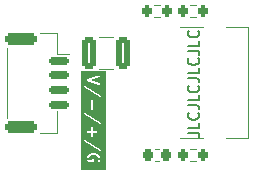
<source format=gto>
G04 #@! TF.GenerationSoftware,KiCad,Pcbnew,(7.0.0)*
G04 #@! TF.CreationDate,2023-03-15T13:52:18+08:00*
G04 #@! TF.ProjectId,USB_C_Breakout_GH1.25_4Pin,5553425f-435f-4427-9265-616b6f75745f,rev?*
G04 #@! TF.SameCoordinates,Original*
G04 #@! TF.FileFunction,Legend,Top*
G04 #@! TF.FilePolarity,Positive*
%FSLAX46Y46*%
G04 Gerber Fmt 4.6, Leading zero omitted, Abs format (unit mm)*
G04 Created by KiCad (PCBNEW (7.0.0)) date 2023-03-15 13:52:18*
%MOMM*%
%LPD*%
G01*
G04 APERTURE LIST*
G04 Aperture macros list*
%AMRoundRect*
0 Rectangle with rounded corners*
0 $1 Rounding radius*
0 $2 $3 $4 $5 $6 $7 $8 $9 X,Y pos of 4 corners*
0 Add a 4 corners polygon primitive as box body*
4,1,4,$2,$3,$4,$5,$6,$7,$8,$9,$2,$3,0*
0 Add four circle primitives for the rounded corners*
1,1,$1+$1,$2,$3*
1,1,$1+$1,$4,$5*
1,1,$1+$1,$6,$7*
1,1,$1+$1,$8,$9*
0 Add four rect primitives between the rounded corners*
20,1,$1+$1,$2,$3,$4,$5,0*
20,1,$1+$1,$4,$5,$6,$7,0*
20,1,$1+$1,$6,$7,$8,$9,0*
20,1,$1+$1,$8,$9,$2,$3,0*%
G04 Aperture macros list end*
%ADD10C,0.150000*%
%ADD11C,0.120000*%
%ADD12RoundRect,0.250000X-0.375000X-1.075000X0.375000X-1.075000X0.375000X1.075000X-0.375000X1.075000X0*%
%ADD13RoundRect,0.150000X-0.700000X0.150000X-0.700000X-0.150000X0.700000X-0.150000X0.700000X0.150000X0*%
%ADD14RoundRect,0.250000X-1.100000X0.250000X-1.100000X-0.250000X1.100000X-0.250000X1.100000X0.250000X0*%
%ADD15C,0.650000*%
%ADD16R,1.450000X0.600000*%
%ADD17R,1.450000X0.300000*%
%ADD18O,2.100000X1.000000*%
%ADD19O,1.600000X1.000000*%
%ADD20RoundRect,0.225000X-0.225000X-0.250000X0.225000X-0.250000X0.225000X0.250000X-0.225000X0.250000X0*%
%ADD21RoundRect,0.200000X-0.200000X-0.275000X0.200000X-0.275000X0.200000X0.275000X-0.200000X0.275000X0*%
G04 APERTURE END LIST*
D10*
X128322380Y-80428571D02*
X129036666Y-80428571D01*
X129036666Y-80428571D02*
X129179523Y-80471428D01*
X129179523Y-80471428D02*
X129274761Y-80557142D01*
X129274761Y-80557142D02*
X129322380Y-80685714D01*
X129322380Y-80685714D02*
X129322380Y-80771428D01*
X129322380Y-79571428D02*
X129322380Y-80000000D01*
X129322380Y-80000000D02*
X128322380Y-80000000D01*
X129227142Y-78757143D02*
X129274761Y-78800000D01*
X129274761Y-78800000D02*
X129322380Y-78928572D01*
X129322380Y-78928572D02*
X129322380Y-79014286D01*
X129322380Y-79014286D02*
X129274761Y-79142857D01*
X129274761Y-79142857D02*
X129179523Y-79228572D01*
X129179523Y-79228572D02*
X129084285Y-79271429D01*
X129084285Y-79271429D02*
X128893809Y-79314286D01*
X128893809Y-79314286D02*
X128750952Y-79314286D01*
X128750952Y-79314286D02*
X128560476Y-79271429D01*
X128560476Y-79271429D02*
X128465238Y-79228572D01*
X128465238Y-79228572D02*
X128370000Y-79142857D01*
X128370000Y-79142857D02*
X128322380Y-79014286D01*
X128322380Y-79014286D02*
X128322380Y-78928572D01*
X128322380Y-78928572D02*
X128370000Y-78800000D01*
X128370000Y-78800000D02*
X128417619Y-78757143D01*
X128322380Y-78114286D02*
X129036666Y-78114286D01*
X129036666Y-78114286D02*
X129179523Y-78157143D01*
X129179523Y-78157143D02*
X129274761Y-78242857D01*
X129274761Y-78242857D02*
X129322380Y-78371429D01*
X129322380Y-78371429D02*
X129322380Y-78457143D01*
X129322380Y-77257143D02*
X129322380Y-77685715D01*
X129322380Y-77685715D02*
X128322380Y-77685715D01*
X129227142Y-76442858D02*
X129274761Y-76485715D01*
X129274761Y-76485715D02*
X129322380Y-76614287D01*
X129322380Y-76614287D02*
X129322380Y-76700001D01*
X129322380Y-76700001D02*
X129274761Y-76828572D01*
X129274761Y-76828572D02*
X129179523Y-76914287D01*
X129179523Y-76914287D02*
X129084285Y-76957144D01*
X129084285Y-76957144D02*
X128893809Y-77000001D01*
X128893809Y-77000001D02*
X128750952Y-77000001D01*
X128750952Y-77000001D02*
X128560476Y-76957144D01*
X128560476Y-76957144D02*
X128465238Y-76914287D01*
X128465238Y-76914287D02*
X128370000Y-76828572D01*
X128370000Y-76828572D02*
X128322380Y-76700001D01*
X128322380Y-76700001D02*
X128322380Y-76614287D01*
X128322380Y-76614287D02*
X128370000Y-76485715D01*
X128370000Y-76485715D02*
X128417619Y-76442858D01*
X128322380Y-75800001D02*
X129036666Y-75800001D01*
X129036666Y-75800001D02*
X129179523Y-75842858D01*
X129179523Y-75842858D02*
X129274761Y-75928572D01*
X129274761Y-75928572D02*
X129322380Y-76057144D01*
X129322380Y-76057144D02*
X129322380Y-76142858D01*
X129322380Y-74942858D02*
X129322380Y-75371430D01*
X129322380Y-75371430D02*
X128322380Y-75371430D01*
X129227142Y-74128573D02*
X129274761Y-74171430D01*
X129274761Y-74171430D02*
X129322380Y-74300002D01*
X129322380Y-74300002D02*
X129322380Y-74385716D01*
X129322380Y-74385716D02*
X129274761Y-74514287D01*
X129274761Y-74514287D02*
X129179523Y-74600002D01*
X129179523Y-74600002D02*
X129084285Y-74642859D01*
X129084285Y-74642859D02*
X128893809Y-74685716D01*
X128893809Y-74685716D02*
X128750952Y-74685716D01*
X128750952Y-74685716D02*
X128560476Y-74642859D01*
X128560476Y-74642859D02*
X128465238Y-74600002D01*
X128465238Y-74600002D02*
X128370000Y-74514287D01*
X128370000Y-74514287D02*
X128322380Y-74385716D01*
X128322380Y-74385716D02*
X128322380Y-74300002D01*
X128322380Y-74300002D02*
X128370000Y-74171430D01*
X128370000Y-74171430D02*
X128417619Y-74128573D01*
X128322380Y-73485716D02*
X129036666Y-73485716D01*
X129036666Y-73485716D02*
X129179523Y-73528573D01*
X129179523Y-73528573D02*
X129274761Y-73614287D01*
X129274761Y-73614287D02*
X129322380Y-73742859D01*
X129322380Y-73742859D02*
X129322380Y-73828573D01*
X129322380Y-72628573D02*
X129322380Y-73057145D01*
X129322380Y-73057145D02*
X128322380Y-73057145D01*
X129227142Y-71814288D02*
X129274761Y-71857145D01*
X129274761Y-71857145D02*
X129322380Y-71985717D01*
X129322380Y-71985717D02*
X129322380Y-72071431D01*
X129322380Y-72071431D02*
X129274761Y-72200002D01*
X129274761Y-72200002D02*
X129179523Y-72285717D01*
X129179523Y-72285717D02*
X129084285Y-72328574D01*
X129084285Y-72328574D02*
X128893809Y-72371431D01*
X128893809Y-72371431D02*
X128750952Y-72371431D01*
X128750952Y-72371431D02*
X128560476Y-72328574D01*
X128560476Y-72328574D02*
X128465238Y-72285717D01*
X128465238Y-72285717D02*
X128370000Y-72200002D01*
X128370000Y-72200002D02*
X128322380Y-72071431D01*
X128322380Y-72071431D02*
X128322380Y-71985717D01*
X128322380Y-71985717D02*
X128370000Y-71857145D01*
X128370000Y-71857145D02*
X128417619Y-71814288D01*
G36*
X121376857Y-83584047D02*
G01*
X119266143Y-83584047D01*
X119266143Y-82663062D01*
X119773504Y-82663062D01*
X119780041Y-82682674D01*
X119785862Y-82702497D01*
X119786968Y-82703455D01*
X119826810Y-82822981D01*
X119830633Y-82840555D01*
X119841473Y-82851395D01*
X119850219Y-82863979D01*
X119856764Y-82866686D01*
X119884256Y-82894178D01*
X119887783Y-82901901D01*
X119899525Y-82909447D01*
X119901448Y-82911370D01*
X119908556Y-82915251D01*
X119924835Y-82925713D01*
X119927716Y-82925713D01*
X119930242Y-82927092D01*
X119949523Y-82925713D01*
X120274830Y-82925713D01*
X120291314Y-82928083D01*
X120306466Y-82921163D01*
X120322450Y-82916470D01*
X120326186Y-82912157D01*
X120331378Y-82909787D01*
X120340385Y-82895770D01*
X120351292Y-82883184D01*
X120352103Y-82877537D01*
X120355190Y-82872735D01*
X120355190Y-82856073D01*
X120357560Y-82839589D01*
X120355190Y-82834399D01*
X120355190Y-82649455D01*
X120345947Y-82617977D01*
X120312661Y-82589135D01*
X120269066Y-82582867D01*
X120229002Y-82601163D01*
X120205190Y-82638215D01*
X120205190Y-82775713D01*
X119977923Y-82775713D01*
X119964790Y-82762580D01*
X119926619Y-82648065D01*
X119926619Y-82577169D01*
X119964790Y-82462655D01*
X120038902Y-82388543D01*
X120115888Y-82350049D01*
X120289424Y-82306666D01*
X120413812Y-82306666D01*
X120587345Y-82350049D01*
X120664335Y-82388544D01*
X120738447Y-82462656D01*
X120776619Y-82577170D01*
X120776619Y-82690150D01*
X120732096Y-82779197D01*
X120726286Y-82811485D01*
X120743159Y-82852168D01*
X120779349Y-82877271D01*
X120823365Y-82878823D01*
X120861234Y-82856332D01*
X120916897Y-82745004D01*
X120926619Y-82729878D01*
X120926619Y-82714548D01*
X120929333Y-82699465D01*
X120926619Y-82692921D01*
X120926619Y-82574401D01*
X120929734Y-82562173D01*
X120923194Y-82542553D01*
X120917376Y-82522739D01*
X120916269Y-82521780D01*
X120876427Y-82402251D01*
X120872605Y-82384681D01*
X120861766Y-82373842D01*
X120853019Y-82361256D01*
X120846471Y-82358547D01*
X120768442Y-82280519D01*
X120761999Y-82269670D01*
X120743494Y-82260417D01*
X120725375Y-82250524D01*
X120723915Y-82250628D01*
X120659011Y-82218176D01*
X120653077Y-82211865D01*
X120639699Y-82208520D01*
X120637420Y-82207381D01*
X120629287Y-82205917D01*
X120453210Y-82161898D01*
X120445069Y-82156666D01*
X120432281Y-82156666D01*
X120430777Y-82156290D01*
X120421531Y-82156666D01*
X120292533Y-82156666D01*
X120283364Y-82153564D01*
X120270956Y-82156666D01*
X120269408Y-82156666D01*
X120260538Y-82159270D01*
X120084481Y-82203284D01*
X120075870Y-82202355D01*
X120063539Y-82208520D01*
X120061064Y-82209139D01*
X120053925Y-82213326D01*
X119969345Y-82255616D01*
X119957015Y-82258299D01*
X119942395Y-82272918D01*
X119927270Y-82286988D01*
X119926907Y-82288406D01*
X119849058Y-82366255D01*
X119835051Y-82377533D01*
X119830203Y-82392074D01*
X119822858Y-82405527D01*
X119823363Y-82412594D01*
X119783441Y-82532361D01*
X119776619Y-82542977D01*
X119776619Y-82563657D01*
X119775873Y-82584296D01*
X119776619Y-82585555D01*
X119776619Y-82650835D01*
X119773504Y-82663062D01*
X119266143Y-82663062D01*
X119266143Y-81098632D01*
X119535976Y-81098632D01*
X119553597Y-81138997D01*
X120866606Y-82014335D01*
X120897925Y-82024106D01*
X120940387Y-82012409D01*
X120969784Y-81979612D01*
X120976784Y-81936128D01*
X120959164Y-81895763D01*
X119646154Y-81020424D01*
X119614836Y-81010654D01*
X119572374Y-81022351D01*
X119542977Y-81055148D01*
X119535976Y-81098632D01*
X119266143Y-81098632D01*
X119266143Y-80385647D01*
X119774249Y-80385647D01*
X119792545Y-80425711D01*
X119829597Y-80449523D01*
X120157571Y-80449523D01*
X120157571Y-80766258D01*
X120166814Y-80797736D01*
X120200100Y-80826578D01*
X120243695Y-80832846D01*
X120283759Y-80814550D01*
X120307571Y-80777498D01*
X120307571Y-80449523D01*
X120624305Y-80449523D01*
X120655783Y-80440280D01*
X120684625Y-80406994D01*
X120690893Y-80363399D01*
X120672597Y-80323335D01*
X120635545Y-80299523D01*
X120307571Y-80299523D01*
X120307571Y-79982789D01*
X120298328Y-79951311D01*
X120265042Y-79922469D01*
X120221447Y-79916201D01*
X120181383Y-79934497D01*
X120157571Y-79971549D01*
X120157571Y-80299523D01*
X119840837Y-80299523D01*
X119809359Y-80308766D01*
X119780517Y-80342052D01*
X119774249Y-80385647D01*
X119266143Y-80385647D01*
X119266143Y-78812918D01*
X119535976Y-78812918D01*
X119553597Y-78853283D01*
X120866606Y-79728621D01*
X120897925Y-79738392D01*
X120940387Y-79726695D01*
X120969784Y-79693898D01*
X120976784Y-79650414D01*
X120959164Y-79610049D01*
X119646154Y-78734710D01*
X119614836Y-78724940D01*
X119572374Y-78736637D01*
X119542977Y-78769434D01*
X119535976Y-78812918D01*
X119266143Y-78812918D01*
X119266143Y-78480544D01*
X120157571Y-78480544D01*
X120166814Y-78512022D01*
X120200100Y-78540864D01*
X120243695Y-78547132D01*
X120283759Y-78528836D01*
X120307571Y-78491784D01*
X120307571Y-77697075D01*
X120298328Y-77665597D01*
X120265042Y-77636755D01*
X120221447Y-77630487D01*
X120181383Y-77648783D01*
X120157571Y-77685835D01*
X120157571Y-78480544D01*
X119266143Y-78480544D01*
X119266143Y-76527204D01*
X119535976Y-76527204D01*
X119553597Y-76567569D01*
X120866606Y-77442907D01*
X120897925Y-77452678D01*
X120940387Y-77440981D01*
X120969784Y-77408184D01*
X120976784Y-77364700D01*
X120959164Y-77324335D01*
X119646154Y-76448996D01*
X119614836Y-76439226D01*
X119572374Y-76450923D01*
X119542977Y-76483720D01*
X119535976Y-76527204D01*
X119266143Y-76527204D01*
X119266143Y-75985251D01*
X119773897Y-75985251D01*
X119777334Y-76004252D01*
X119779389Y-76023451D01*
X119781218Y-76025722D01*
X119781737Y-76028591D01*
X119794897Y-76042713D01*
X119807010Y-76057758D01*
X119809776Y-76058680D01*
X119811764Y-76060813D01*
X119830475Y-76065579D01*
X120838130Y-76401465D01*
X120870916Y-76402650D01*
X120908804Y-76380193D01*
X120928536Y-76340817D01*
X120923848Y-76297023D01*
X120896228Y-76262717D01*
X120088789Y-75993570D01*
X120885564Y-75727980D01*
X120912504Y-75709257D01*
X120929340Y-75668558D01*
X120921500Y-75625218D01*
X120891474Y-75592996D01*
X120848793Y-75582123D01*
X119840769Y-75918130D01*
X119832322Y-75917825D01*
X119820289Y-75924956D01*
X119817673Y-75925829D01*
X119811035Y-75930441D01*
X119794434Y-75940282D01*
X119793128Y-75942887D01*
X119790733Y-75944552D01*
X119783347Y-75962405D01*
X119774702Y-75979658D01*
X119775012Y-75982555D01*
X119773897Y-75985251D01*
X119266143Y-75985251D01*
X119266143Y-75197143D01*
X121376857Y-75197143D01*
X121376857Y-83584047D01*
G37*
D11*
X120809936Y-72300000D02*
X122014064Y-72300000D01*
X120809936Y-75020000D02*
X122014064Y-75020000D01*
X117280000Y-71965000D02*
X117280000Y-73765000D01*
X115830000Y-71965000D02*
X117280000Y-71965000D01*
X113010000Y-73235000D02*
X113010000Y-79165000D01*
X117280000Y-73765000D02*
X118270000Y-73765000D01*
X117280000Y-80435000D02*
X117280000Y-78635000D01*
X115830000Y-80435000D02*
X117280000Y-80435000D01*
X127640000Y-80900000D02*
X129640000Y-80900000D01*
X131540000Y-80900000D02*
X133440000Y-80900000D01*
X133440000Y-80900000D02*
X133440000Y-71500000D01*
X127640000Y-71500000D02*
X129640000Y-71500000D01*
X131540000Y-71500000D02*
X133440000Y-71500000D01*
X125589420Y-81786000D02*
X125870580Y-81786000D01*
X125589420Y-82806000D02*
X125870580Y-82806000D01*
X128540742Y-69581500D02*
X129015258Y-69581500D01*
X128540742Y-70626500D02*
X129015258Y-70626500D01*
X128540742Y-81773500D02*
X129015258Y-81773500D01*
X128540742Y-82818500D02*
X129015258Y-82818500D01*
X125492742Y-69581500D02*
X125967258Y-69581500D01*
X125492742Y-70626500D02*
X125967258Y-70626500D01*
%LPC*%
D12*
X120012000Y-73660000D03*
X122812000Y-73660000D03*
D13*
X117420000Y-74325000D03*
X117420000Y-75575000D03*
X117420000Y-76825000D03*
X117420000Y-78075000D03*
D14*
X114220000Y-72475000D03*
X114220000Y-79925000D03*
D15*
X126940000Y-79090000D03*
X126940000Y-73310000D03*
D16*
X125494999Y-79449999D03*
X125494999Y-78649999D03*
D17*
X125494999Y-77449999D03*
X125494999Y-76449999D03*
X125494999Y-75949999D03*
X125494999Y-74949999D03*
D16*
X125494999Y-73749999D03*
X125494999Y-72949999D03*
X125494999Y-72949999D03*
X125494999Y-73749999D03*
D17*
X125494999Y-74449999D03*
X125494999Y-75449999D03*
X125494999Y-76949999D03*
X125494999Y-77949999D03*
D16*
X125494999Y-78649999D03*
X125494999Y-79449999D03*
D18*
X126409999Y-80519999D03*
D19*
X130589999Y-80519999D03*
D18*
X126409999Y-71879999D03*
D19*
X130589999Y-71879999D03*
D20*
X124955000Y-82296000D03*
X126505000Y-82296000D03*
D21*
X127953000Y-70104000D03*
X129603000Y-70104000D03*
X127953000Y-82296000D03*
X129603000Y-82296000D03*
X124905000Y-70104000D03*
X126555000Y-70104000D03*
M02*

</source>
